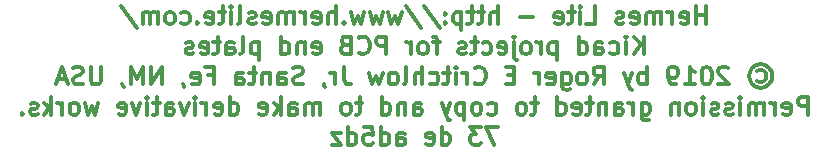
<source format=gbr>
G04 #@! TF.GenerationSoftware,KiCad,Pcbnew,5.0.2+dfsg1-1*
G04 #@! TF.CreationDate,2019-07-23T09:36:29-06:00*
G04 #@! TF.ProjectId,hl2-back,686c322d-6261-4636-9b2e-6b696361645f,rev?*
G04 #@! TF.SameCoordinates,Original*
G04 #@! TF.FileFunction,Legend,Bot*
G04 #@! TF.FilePolarity,Positive*
%FSLAX46Y46*%
G04 Gerber Fmt 4.6, Leading zero omitted, Abs format (unit mm)*
G04 Created by KiCad (PCBNEW 5.0.2+dfsg1-1) date Tue 23 Jul 2019 09:36:29 AM MDT*
%MOMM*%
%LPD*%
G01*
G04 APERTURE LIST*
%ADD10C,0.300000*%
G04 APERTURE END LIST*
D10*
X135242857Y-149378571D02*
X135242857Y-147878571D01*
X135242857Y-148592857D02*
X134385714Y-148592857D01*
X134385714Y-149378571D02*
X134385714Y-147878571D01*
X133100000Y-149307142D02*
X133242857Y-149378571D01*
X133528571Y-149378571D01*
X133671428Y-149307142D01*
X133742857Y-149164285D01*
X133742857Y-148592857D01*
X133671428Y-148450000D01*
X133528571Y-148378571D01*
X133242857Y-148378571D01*
X133100000Y-148450000D01*
X133028571Y-148592857D01*
X133028571Y-148735714D01*
X133742857Y-148878571D01*
X132385714Y-149378571D02*
X132385714Y-148378571D01*
X132385714Y-148664285D02*
X132314285Y-148521428D01*
X132242857Y-148450000D01*
X132100000Y-148378571D01*
X131957142Y-148378571D01*
X131457142Y-149378571D02*
X131457142Y-148378571D01*
X131457142Y-148521428D02*
X131385714Y-148450000D01*
X131242857Y-148378571D01*
X131028571Y-148378571D01*
X130885714Y-148450000D01*
X130814285Y-148592857D01*
X130814285Y-149378571D01*
X130814285Y-148592857D02*
X130742857Y-148450000D01*
X130600000Y-148378571D01*
X130385714Y-148378571D01*
X130242857Y-148450000D01*
X130171428Y-148592857D01*
X130171428Y-149378571D01*
X128885714Y-149307142D02*
X129028571Y-149378571D01*
X129314285Y-149378571D01*
X129457142Y-149307142D01*
X129528571Y-149164285D01*
X129528571Y-148592857D01*
X129457142Y-148450000D01*
X129314285Y-148378571D01*
X129028571Y-148378571D01*
X128885714Y-148450000D01*
X128814285Y-148592857D01*
X128814285Y-148735714D01*
X129528571Y-148878571D01*
X128242857Y-149307142D02*
X128100000Y-149378571D01*
X127814285Y-149378571D01*
X127671428Y-149307142D01*
X127600000Y-149164285D01*
X127600000Y-149092857D01*
X127671428Y-148950000D01*
X127814285Y-148878571D01*
X128028571Y-148878571D01*
X128171428Y-148807142D01*
X128242857Y-148664285D01*
X128242857Y-148592857D01*
X128171428Y-148450000D01*
X128028571Y-148378571D01*
X127814285Y-148378571D01*
X127671428Y-148450000D01*
X125100000Y-149378571D02*
X125814285Y-149378571D01*
X125814285Y-147878571D01*
X124600000Y-149378571D02*
X124600000Y-148378571D01*
X124600000Y-147878571D02*
X124671428Y-147950000D01*
X124600000Y-148021428D01*
X124528571Y-147950000D01*
X124600000Y-147878571D01*
X124600000Y-148021428D01*
X124100000Y-148378571D02*
X123528571Y-148378571D01*
X123885714Y-147878571D02*
X123885714Y-149164285D01*
X123814285Y-149307142D01*
X123671428Y-149378571D01*
X123528571Y-149378571D01*
X122457142Y-149307142D02*
X122600000Y-149378571D01*
X122885714Y-149378571D01*
X123028571Y-149307142D01*
X123100000Y-149164285D01*
X123100000Y-148592857D01*
X123028571Y-148450000D01*
X122885714Y-148378571D01*
X122600000Y-148378571D01*
X122457142Y-148450000D01*
X122385714Y-148592857D01*
X122385714Y-148735714D01*
X123100000Y-148878571D01*
X120600000Y-148807142D02*
X119457142Y-148807142D01*
X117600000Y-149378571D02*
X117600000Y-147878571D01*
X116957142Y-149378571D02*
X116957142Y-148592857D01*
X117028571Y-148450000D01*
X117171428Y-148378571D01*
X117385714Y-148378571D01*
X117528571Y-148450000D01*
X117600000Y-148521428D01*
X116457142Y-148378571D02*
X115885714Y-148378571D01*
X116242857Y-147878571D02*
X116242857Y-149164285D01*
X116171428Y-149307142D01*
X116028571Y-149378571D01*
X115885714Y-149378571D01*
X115600000Y-148378571D02*
X115028571Y-148378571D01*
X115385714Y-147878571D02*
X115385714Y-149164285D01*
X115314285Y-149307142D01*
X115171428Y-149378571D01*
X115028571Y-149378571D01*
X114528571Y-148378571D02*
X114528571Y-149878571D01*
X114528571Y-148450000D02*
X114385714Y-148378571D01*
X114099999Y-148378571D01*
X113957142Y-148450000D01*
X113885714Y-148521428D01*
X113814285Y-148664285D01*
X113814285Y-149092857D01*
X113885714Y-149235714D01*
X113957142Y-149307142D01*
X114099999Y-149378571D01*
X114385714Y-149378571D01*
X114528571Y-149307142D01*
X113171428Y-149235714D02*
X113099999Y-149307142D01*
X113171428Y-149378571D01*
X113242857Y-149307142D01*
X113171428Y-149235714D01*
X113171428Y-149378571D01*
X113171428Y-148450000D02*
X113099999Y-148521428D01*
X113171428Y-148592857D01*
X113242857Y-148521428D01*
X113171428Y-148450000D01*
X113171428Y-148592857D01*
X111385714Y-147807142D02*
X112671428Y-149735714D01*
X109814285Y-147807142D02*
X111100000Y-149735714D01*
X109457142Y-148378571D02*
X109171428Y-149378571D01*
X108885714Y-148664285D01*
X108600000Y-149378571D01*
X108314285Y-148378571D01*
X107885714Y-148378571D02*
X107600000Y-149378571D01*
X107314285Y-148664285D01*
X107028571Y-149378571D01*
X106742857Y-148378571D01*
X106314285Y-148378571D02*
X106028571Y-149378571D01*
X105742857Y-148664285D01*
X105457142Y-149378571D01*
X105171428Y-148378571D01*
X104600000Y-149235714D02*
X104528571Y-149307142D01*
X104600000Y-149378571D01*
X104671428Y-149307142D01*
X104600000Y-149235714D01*
X104600000Y-149378571D01*
X103885714Y-149378571D02*
X103885714Y-147878571D01*
X103242857Y-149378571D02*
X103242857Y-148592857D01*
X103314285Y-148450000D01*
X103457142Y-148378571D01*
X103671428Y-148378571D01*
X103814285Y-148450000D01*
X103885714Y-148521428D01*
X101957142Y-149307142D02*
X102100000Y-149378571D01*
X102385714Y-149378571D01*
X102528571Y-149307142D01*
X102600000Y-149164285D01*
X102600000Y-148592857D01*
X102528571Y-148450000D01*
X102385714Y-148378571D01*
X102100000Y-148378571D01*
X101957142Y-148450000D01*
X101885714Y-148592857D01*
X101885714Y-148735714D01*
X102600000Y-148878571D01*
X101242857Y-149378571D02*
X101242857Y-148378571D01*
X101242857Y-148664285D02*
X101171428Y-148521428D01*
X101100000Y-148450000D01*
X100957142Y-148378571D01*
X100814285Y-148378571D01*
X100314285Y-149378571D02*
X100314285Y-148378571D01*
X100314285Y-148521428D02*
X100242857Y-148450000D01*
X100100000Y-148378571D01*
X99885714Y-148378571D01*
X99742857Y-148450000D01*
X99671428Y-148592857D01*
X99671428Y-149378571D01*
X99671428Y-148592857D02*
X99600000Y-148450000D01*
X99457142Y-148378571D01*
X99242857Y-148378571D01*
X99100000Y-148450000D01*
X99028571Y-148592857D01*
X99028571Y-149378571D01*
X97742857Y-149307142D02*
X97885714Y-149378571D01*
X98171428Y-149378571D01*
X98314285Y-149307142D01*
X98385714Y-149164285D01*
X98385714Y-148592857D01*
X98314285Y-148450000D01*
X98171428Y-148378571D01*
X97885714Y-148378571D01*
X97742857Y-148450000D01*
X97671428Y-148592857D01*
X97671428Y-148735714D01*
X98385714Y-148878571D01*
X97100000Y-149307142D02*
X96957142Y-149378571D01*
X96671428Y-149378571D01*
X96528571Y-149307142D01*
X96457142Y-149164285D01*
X96457142Y-149092857D01*
X96528571Y-148950000D01*
X96671428Y-148878571D01*
X96885714Y-148878571D01*
X97028571Y-148807142D01*
X97100000Y-148664285D01*
X97100000Y-148592857D01*
X97028571Y-148450000D01*
X96885714Y-148378571D01*
X96671428Y-148378571D01*
X96528571Y-148450000D01*
X95600000Y-149378571D02*
X95742857Y-149307142D01*
X95814285Y-149164285D01*
X95814285Y-147878571D01*
X95028571Y-149378571D02*
X95028571Y-148378571D01*
X95028571Y-147878571D02*
X95100000Y-147950000D01*
X95028571Y-148021428D01*
X94957142Y-147950000D01*
X95028571Y-147878571D01*
X95028571Y-148021428D01*
X94528571Y-148378571D02*
X93957142Y-148378571D01*
X94314285Y-147878571D02*
X94314285Y-149164285D01*
X94242857Y-149307142D01*
X94100000Y-149378571D01*
X93957142Y-149378571D01*
X92885714Y-149307142D02*
X93028571Y-149378571D01*
X93314285Y-149378571D01*
X93457142Y-149307142D01*
X93528571Y-149164285D01*
X93528571Y-148592857D01*
X93457142Y-148450000D01*
X93314285Y-148378571D01*
X93028571Y-148378571D01*
X92885714Y-148450000D01*
X92814285Y-148592857D01*
X92814285Y-148735714D01*
X93528571Y-148878571D01*
X92171428Y-149235714D02*
X92100000Y-149307142D01*
X92171428Y-149378571D01*
X92242857Y-149307142D01*
X92171428Y-149235714D01*
X92171428Y-149378571D01*
X90814285Y-149307142D02*
X90957142Y-149378571D01*
X91242857Y-149378571D01*
X91385714Y-149307142D01*
X91457142Y-149235714D01*
X91528571Y-149092857D01*
X91528571Y-148664285D01*
X91457142Y-148521428D01*
X91385714Y-148450000D01*
X91242857Y-148378571D01*
X90957142Y-148378571D01*
X90814285Y-148450000D01*
X89957142Y-149378571D02*
X90100000Y-149307142D01*
X90171428Y-149235714D01*
X90242857Y-149092857D01*
X90242857Y-148664285D01*
X90171428Y-148521428D01*
X90100000Y-148450000D01*
X89957142Y-148378571D01*
X89742857Y-148378571D01*
X89600000Y-148450000D01*
X89528571Y-148521428D01*
X89457142Y-148664285D01*
X89457142Y-149092857D01*
X89528571Y-149235714D01*
X89600000Y-149307142D01*
X89742857Y-149378571D01*
X89957142Y-149378571D01*
X88814285Y-149378571D02*
X88814285Y-148378571D01*
X88814285Y-148521428D02*
X88742857Y-148450000D01*
X88600000Y-148378571D01*
X88385714Y-148378571D01*
X88242857Y-148450000D01*
X88171428Y-148592857D01*
X88171428Y-149378571D01*
X88171428Y-148592857D02*
X88100000Y-148450000D01*
X87957142Y-148378571D01*
X87742857Y-148378571D01*
X87600000Y-148450000D01*
X87528571Y-148592857D01*
X87528571Y-149378571D01*
X85742857Y-147807142D02*
X87028571Y-149735714D01*
X129957142Y-151928571D02*
X129957142Y-150428571D01*
X129100000Y-151928571D02*
X129742857Y-151071428D01*
X129100000Y-150428571D02*
X129957142Y-151285714D01*
X128457142Y-151928571D02*
X128457142Y-150928571D01*
X128457142Y-150428571D02*
X128528571Y-150500000D01*
X128457142Y-150571428D01*
X128385714Y-150500000D01*
X128457142Y-150428571D01*
X128457142Y-150571428D01*
X127100000Y-151857142D02*
X127242857Y-151928571D01*
X127528571Y-151928571D01*
X127671428Y-151857142D01*
X127742857Y-151785714D01*
X127814285Y-151642857D01*
X127814285Y-151214285D01*
X127742857Y-151071428D01*
X127671428Y-151000000D01*
X127528571Y-150928571D01*
X127242857Y-150928571D01*
X127100000Y-151000000D01*
X125814285Y-151928571D02*
X125814285Y-151142857D01*
X125885714Y-151000000D01*
X126028571Y-150928571D01*
X126314285Y-150928571D01*
X126457142Y-151000000D01*
X125814285Y-151857142D02*
X125957142Y-151928571D01*
X126314285Y-151928571D01*
X126457142Y-151857142D01*
X126528571Y-151714285D01*
X126528571Y-151571428D01*
X126457142Y-151428571D01*
X126314285Y-151357142D01*
X125957142Y-151357142D01*
X125814285Y-151285714D01*
X124457142Y-151928571D02*
X124457142Y-150428571D01*
X124457142Y-151857142D02*
X124600000Y-151928571D01*
X124885714Y-151928571D01*
X125028571Y-151857142D01*
X125100000Y-151785714D01*
X125171428Y-151642857D01*
X125171428Y-151214285D01*
X125100000Y-151071428D01*
X125028571Y-151000000D01*
X124885714Y-150928571D01*
X124600000Y-150928571D01*
X124457142Y-151000000D01*
X122600000Y-150928571D02*
X122600000Y-152428571D01*
X122600000Y-151000000D02*
X122457142Y-150928571D01*
X122171428Y-150928571D01*
X122028571Y-151000000D01*
X121957142Y-151071428D01*
X121885714Y-151214285D01*
X121885714Y-151642857D01*
X121957142Y-151785714D01*
X122028571Y-151857142D01*
X122171428Y-151928571D01*
X122457142Y-151928571D01*
X122600000Y-151857142D01*
X121242857Y-151928571D02*
X121242857Y-150928571D01*
X121242857Y-151214285D02*
X121171428Y-151071428D01*
X121100000Y-151000000D01*
X120957142Y-150928571D01*
X120814285Y-150928571D01*
X120100000Y-151928571D02*
X120242857Y-151857142D01*
X120314285Y-151785714D01*
X120385714Y-151642857D01*
X120385714Y-151214285D01*
X120314285Y-151071428D01*
X120242857Y-151000000D01*
X120100000Y-150928571D01*
X119885714Y-150928571D01*
X119742857Y-151000000D01*
X119671428Y-151071428D01*
X119600000Y-151214285D01*
X119600000Y-151642857D01*
X119671428Y-151785714D01*
X119742857Y-151857142D01*
X119885714Y-151928571D01*
X120100000Y-151928571D01*
X118957142Y-150928571D02*
X118957142Y-152214285D01*
X119028571Y-152357142D01*
X119171428Y-152428571D01*
X119242857Y-152428571D01*
X118957142Y-150428571D02*
X119028571Y-150500000D01*
X118957142Y-150571428D01*
X118885714Y-150500000D01*
X118957142Y-150428571D01*
X118957142Y-150571428D01*
X117671428Y-151857142D02*
X117814285Y-151928571D01*
X118100000Y-151928571D01*
X118242857Y-151857142D01*
X118314285Y-151714285D01*
X118314285Y-151142857D01*
X118242857Y-151000000D01*
X118100000Y-150928571D01*
X117814285Y-150928571D01*
X117671428Y-151000000D01*
X117600000Y-151142857D01*
X117600000Y-151285714D01*
X118314285Y-151428571D01*
X116314285Y-151857142D02*
X116457142Y-151928571D01*
X116742857Y-151928571D01*
X116885714Y-151857142D01*
X116957142Y-151785714D01*
X117028571Y-151642857D01*
X117028571Y-151214285D01*
X116957142Y-151071428D01*
X116885714Y-151000000D01*
X116742857Y-150928571D01*
X116457142Y-150928571D01*
X116314285Y-151000000D01*
X115885714Y-150928571D02*
X115314285Y-150928571D01*
X115671428Y-150428571D02*
X115671428Y-151714285D01*
X115600000Y-151857142D01*
X115457142Y-151928571D01*
X115314285Y-151928571D01*
X114885714Y-151857142D02*
X114742857Y-151928571D01*
X114457142Y-151928571D01*
X114314285Y-151857142D01*
X114242857Y-151714285D01*
X114242857Y-151642857D01*
X114314285Y-151500000D01*
X114457142Y-151428571D01*
X114671428Y-151428571D01*
X114814285Y-151357142D01*
X114885714Y-151214285D01*
X114885714Y-151142857D01*
X114814285Y-151000000D01*
X114671428Y-150928571D01*
X114457142Y-150928571D01*
X114314285Y-151000000D01*
X112671428Y-150928571D02*
X112100000Y-150928571D01*
X112457142Y-151928571D02*
X112457142Y-150642857D01*
X112385714Y-150500000D01*
X112242857Y-150428571D01*
X112100000Y-150428571D01*
X111385714Y-151928571D02*
X111528571Y-151857142D01*
X111600000Y-151785714D01*
X111671428Y-151642857D01*
X111671428Y-151214285D01*
X111600000Y-151071428D01*
X111528571Y-151000000D01*
X111385714Y-150928571D01*
X111171428Y-150928571D01*
X111028571Y-151000000D01*
X110957142Y-151071428D01*
X110885714Y-151214285D01*
X110885714Y-151642857D01*
X110957142Y-151785714D01*
X111028571Y-151857142D01*
X111171428Y-151928571D01*
X111385714Y-151928571D01*
X110242857Y-151928571D02*
X110242857Y-150928571D01*
X110242857Y-151214285D02*
X110171428Y-151071428D01*
X110100000Y-151000000D01*
X109957142Y-150928571D01*
X109814285Y-150928571D01*
X108171428Y-151928571D02*
X108171428Y-150428571D01*
X107600000Y-150428571D01*
X107457142Y-150500000D01*
X107385714Y-150571428D01*
X107314285Y-150714285D01*
X107314285Y-150928571D01*
X107385714Y-151071428D01*
X107457142Y-151142857D01*
X107600000Y-151214285D01*
X108171428Y-151214285D01*
X105814285Y-151785714D02*
X105885714Y-151857142D01*
X106100000Y-151928571D01*
X106242857Y-151928571D01*
X106457142Y-151857142D01*
X106600000Y-151714285D01*
X106671428Y-151571428D01*
X106742857Y-151285714D01*
X106742857Y-151071428D01*
X106671428Y-150785714D01*
X106600000Y-150642857D01*
X106457142Y-150500000D01*
X106242857Y-150428571D01*
X106100000Y-150428571D01*
X105885714Y-150500000D01*
X105814285Y-150571428D01*
X104671428Y-151142857D02*
X104457142Y-151214285D01*
X104385714Y-151285714D01*
X104314285Y-151428571D01*
X104314285Y-151642857D01*
X104385714Y-151785714D01*
X104457142Y-151857142D01*
X104600000Y-151928571D01*
X105171428Y-151928571D01*
X105171428Y-150428571D01*
X104671428Y-150428571D01*
X104528571Y-150500000D01*
X104457142Y-150571428D01*
X104385714Y-150714285D01*
X104385714Y-150857142D01*
X104457142Y-151000000D01*
X104528571Y-151071428D01*
X104671428Y-151142857D01*
X105171428Y-151142857D01*
X101957142Y-151857142D02*
X102100000Y-151928571D01*
X102385714Y-151928571D01*
X102528571Y-151857142D01*
X102600000Y-151714285D01*
X102600000Y-151142857D01*
X102528571Y-151000000D01*
X102385714Y-150928571D01*
X102100000Y-150928571D01*
X101957142Y-151000000D01*
X101885714Y-151142857D01*
X101885714Y-151285714D01*
X102600000Y-151428571D01*
X101242857Y-150928571D02*
X101242857Y-151928571D01*
X101242857Y-151071428D02*
X101171428Y-151000000D01*
X101028571Y-150928571D01*
X100814285Y-150928571D01*
X100671428Y-151000000D01*
X100600000Y-151142857D01*
X100600000Y-151928571D01*
X99242857Y-151928571D02*
X99242857Y-150428571D01*
X99242857Y-151857142D02*
X99385714Y-151928571D01*
X99671428Y-151928571D01*
X99814285Y-151857142D01*
X99885714Y-151785714D01*
X99957142Y-151642857D01*
X99957142Y-151214285D01*
X99885714Y-151071428D01*
X99814285Y-151000000D01*
X99671428Y-150928571D01*
X99385714Y-150928571D01*
X99242857Y-151000000D01*
X97385714Y-150928571D02*
X97385714Y-152428571D01*
X97385714Y-151000000D02*
X97242857Y-150928571D01*
X96957142Y-150928571D01*
X96814285Y-151000000D01*
X96742857Y-151071428D01*
X96671428Y-151214285D01*
X96671428Y-151642857D01*
X96742857Y-151785714D01*
X96814285Y-151857142D01*
X96957142Y-151928571D01*
X97242857Y-151928571D01*
X97385714Y-151857142D01*
X95814285Y-151928571D02*
X95957142Y-151857142D01*
X96028571Y-151714285D01*
X96028571Y-150428571D01*
X94600000Y-151928571D02*
X94600000Y-151142857D01*
X94671428Y-151000000D01*
X94814285Y-150928571D01*
X95100000Y-150928571D01*
X95242857Y-151000000D01*
X94600000Y-151857142D02*
X94742857Y-151928571D01*
X95100000Y-151928571D01*
X95242857Y-151857142D01*
X95314285Y-151714285D01*
X95314285Y-151571428D01*
X95242857Y-151428571D01*
X95100000Y-151357142D01*
X94742857Y-151357142D01*
X94600000Y-151285714D01*
X94100000Y-150928571D02*
X93528571Y-150928571D01*
X93885714Y-150428571D02*
X93885714Y-151714285D01*
X93814285Y-151857142D01*
X93671428Y-151928571D01*
X93528571Y-151928571D01*
X92457142Y-151857142D02*
X92600000Y-151928571D01*
X92885714Y-151928571D01*
X93028571Y-151857142D01*
X93100000Y-151714285D01*
X93100000Y-151142857D01*
X93028571Y-151000000D01*
X92885714Y-150928571D01*
X92600000Y-150928571D01*
X92457142Y-151000000D01*
X92385714Y-151142857D01*
X92385714Y-151285714D01*
X93100000Y-151428571D01*
X91814285Y-151857142D02*
X91671428Y-151928571D01*
X91385714Y-151928571D01*
X91242857Y-151857142D01*
X91171428Y-151714285D01*
X91171428Y-151642857D01*
X91242857Y-151500000D01*
X91385714Y-151428571D01*
X91600000Y-151428571D01*
X91742857Y-151357142D01*
X91814285Y-151214285D01*
X91814285Y-151142857D01*
X91742857Y-151000000D01*
X91600000Y-150928571D01*
X91385714Y-150928571D01*
X91242857Y-151000000D01*
X139564285Y-153335714D02*
X139707142Y-153264285D01*
X139992857Y-153264285D01*
X140135714Y-153335714D01*
X140278571Y-153478571D01*
X140350000Y-153621428D01*
X140350000Y-153907142D01*
X140278571Y-154050000D01*
X140135714Y-154192857D01*
X139992857Y-154264285D01*
X139707142Y-154264285D01*
X139564285Y-154192857D01*
X139850000Y-152764285D02*
X140207142Y-152835714D01*
X140564285Y-153050000D01*
X140778571Y-153407142D01*
X140850000Y-153764285D01*
X140778571Y-154121428D01*
X140564285Y-154478571D01*
X140207142Y-154692857D01*
X139850000Y-154764285D01*
X139492857Y-154692857D01*
X139135714Y-154478571D01*
X138921428Y-154121428D01*
X138850000Y-153764285D01*
X138921428Y-153407142D01*
X139135714Y-153050000D01*
X139492857Y-152835714D01*
X139850000Y-152764285D01*
X137135714Y-153121428D02*
X137064285Y-153050000D01*
X136921428Y-152978571D01*
X136564285Y-152978571D01*
X136421428Y-153050000D01*
X136350000Y-153121428D01*
X136278571Y-153264285D01*
X136278571Y-153407142D01*
X136350000Y-153621428D01*
X137207142Y-154478571D01*
X136278571Y-154478571D01*
X135350000Y-152978571D02*
X135207142Y-152978571D01*
X135064285Y-153050000D01*
X134992857Y-153121428D01*
X134921428Y-153264285D01*
X134850000Y-153550000D01*
X134850000Y-153907142D01*
X134921428Y-154192857D01*
X134992857Y-154335714D01*
X135064285Y-154407142D01*
X135207142Y-154478571D01*
X135350000Y-154478571D01*
X135492857Y-154407142D01*
X135564285Y-154335714D01*
X135635714Y-154192857D01*
X135707142Y-153907142D01*
X135707142Y-153550000D01*
X135635714Y-153264285D01*
X135564285Y-153121428D01*
X135492857Y-153050000D01*
X135350000Y-152978571D01*
X133421428Y-154478571D02*
X134278571Y-154478571D01*
X133850000Y-154478571D02*
X133850000Y-152978571D01*
X133992857Y-153192857D01*
X134135714Y-153335714D01*
X134278571Y-153407142D01*
X132707142Y-154478571D02*
X132421428Y-154478571D01*
X132278571Y-154407142D01*
X132207142Y-154335714D01*
X132064285Y-154121428D01*
X131992857Y-153835714D01*
X131992857Y-153264285D01*
X132064285Y-153121428D01*
X132135714Y-153050000D01*
X132278571Y-152978571D01*
X132564285Y-152978571D01*
X132707142Y-153050000D01*
X132778571Y-153121428D01*
X132850000Y-153264285D01*
X132850000Y-153621428D01*
X132778571Y-153764285D01*
X132707142Y-153835714D01*
X132564285Y-153907142D01*
X132278571Y-153907142D01*
X132135714Y-153835714D01*
X132064285Y-153764285D01*
X131992857Y-153621428D01*
X130207142Y-154478571D02*
X130207142Y-152978571D01*
X130207142Y-153550000D02*
X130064285Y-153478571D01*
X129778571Y-153478571D01*
X129635714Y-153550000D01*
X129564285Y-153621428D01*
X129492857Y-153764285D01*
X129492857Y-154192857D01*
X129564285Y-154335714D01*
X129635714Y-154407142D01*
X129778571Y-154478571D01*
X130064285Y-154478571D01*
X130207142Y-154407142D01*
X128992857Y-153478571D02*
X128635714Y-154478571D01*
X128278571Y-153478571D02*
X128635714Y-154478571D01*
X128778571Y-154835714D01*
X128850000Y-154907142D01*
X128992857Y-154978571D01*
X125707142Y-154478571D02*
X126207142Y-153764285D01*
X126564285Y-154478571D02*
X126564285Y-152978571D01*
X125992857Y-152978571D01*
X125850000Y-153050000D01*
X125778571Y-153121428D01*
X125707142Y-153264285D01*
X125707142Y-153478571D01*
X125778571Y-153621428D01*
X125850000Y-153692857D01*
X125992857Y-153764285D01*
X126564285Y-153764285D01*
X124850000Y-154478571D02*
X124992857Y-154407142D01*
X125064285Y-154335714D01*
X125135714Y-154192857D01*
X125135714Y-153764285D01*
X125064285Y-153621428D01*
X124992857Y-153550000D01*
X124850000Y-153478571D01*
X124635714Y-153478571D01*
X124492857Y-153550000D01*
X124421428Y-153621428D01*
X124350000Y-153764285D01*
X124350000Y-154192857D01*
X124421428Y-154335714D01*
X124492857Y-154407142D01*
X124635714Y-154478571D01*
X124850000Y-154478571D01*
X123064285Y-153478571D02*
X123064285Y-154692857D01*
X123135714Y-154835714D01*
X123207142Y-154907142D01*
X123350000Y-154978571D01*
X123564285Y-154978571D01*
X123707142Y-154907142D01*
X123064285Y-154407142D02*
X123207142Y-154478571D01*
X123492857Y-154478571D01*
X123635714Y-154407142D01*
X123707142Y-154335714D01*
X123778571Y-154192857D01*
X123778571Y-153764285D01*
X123707142Y-153621428D01*
X123635714Y-153550000D01*
X123492857Y-153478571D01*
X123207142Y-153478571D01*
X123064285Y-153550000D01*
X121778571Y-154407142D02*
X121921428Y-154478571D01*
X122207142Y-154478571D01*
X122350000Y-154407142D01*
X122421428Y-154264285D01*
X122421428Y-153692857D01*
X122350000Y-153550000D01*
X122207142Y-153478571D01*
X121921428Y-153478571D01*
X121778571Y-153550000D01*
X121707142Y-153692857D01*
X121707142Y-153835714D01*
X122421428Y-153978571D01*
X121064285Y-154478571D02*
X121064285Y-153478571D01*
X121064285Y-153764285D02*
X120992857Y-153621428D01*
X120921428Y-153550000D01*
X120778571Y-153478571D01*
X120635714Y-153478571D01*
X118992857Y-153692857D02*
X118492857Y-153692857D01*
X118278571Y-154478571D02*
X118992857Y-154478571D01*
X118992857Y-152978571D01*
X118278571Y-152978571D01*
X115635714Y-154335714D02*
X115707142Y-154407142D01*
X115921428Y-154478571D01*
X116064285Y-154478571D01*
X116278571Y-154407142D01*
X116421428Y-154264285D01*
X116492857Y-154121428D01*
X116564285Y-153835714D01*
X116564285Y-153621428D01*
X116492857Y-153335714D01*
X116421428Y-153192857D01*
X116278571Y-153050000D01*
X116064285Y-152978571D01*
X115921428Y-152978571D01*
X115707142Y-153050000D01*
X115635714Y-153121428D01*
X114992857Y-154478571D02*
X114992857Y-153478571D01*
X114992857Y-153764285D02*
X114921428Y-153621428D01*
X114850000Y-153550000D01*
X114707142Y-153478571D01*
X114564285Y-153478571D01*
X114064285Y-154478571D02*
X114064285Y-153478571D01*
X114064285Y-152978571D02*
X114135714Y-153050000D01*
X114064285Y-153121428D01*
X113992857Y-153050000D01*
X114064285Y-152978571D01*
X114064285Y-153121428D01*
X113564285Y-153478571D02*
X112992857Y-153478571D01*
X113350000Y-152978571D02*
X113350000Y-154264285D01*
X113278571Y-154407142D01*
X113135714Y-154478571D01*
X112992857Y-154478571D01*
X111850000Y-154407142D02*
X111992857Y-154478571D01*
X112278571Y-154478571D01*
X112421428Y-154407142D01*
X112492857Y-154335714D01*
X112564285Y-154192857D01*
X112564285Y-153764285D01*
X112492857Y-153621428D01*
X112421428Y-153550000D01*
X112278571Y-153478571D01*
X111992857Y-153478571D01*
X111850000Y-153550000D01*
X111207142Y-154478571D02*
X111207142Y-152978571D01*
X110564285Y-154478571D02*
X110564285Y-153692857D01*
X110635714Y-153550000D01*
X110778571Y-153478571D01*
X110992857Y-153478571D01*
X111135714Y-153550000D01*
X111207142Y-153621428D01*
X109635714Y-154478571D02*
X109778571Y-154407142D01*
X109850000Y-154264285D01*
X109850000Y-152978571D01*
X108850000Y-154478571D02*
X108992857Y-154407142D01*
X109064285Y-154335714D01*
X109135714Y-154192857D01*
X109135714Y-153764285D01*
X109064285Y-153621428D01*
X108992857Y-153550000D01*
X108850000Y-153478571D01*
X108635714Y-153478571D01*
X108492857Y-153550000D01*
X108421428Y-153621428D01*
X108350000Y-153764285D01*
X108350000Y-154192857D01*
X108421428Y-154335714D01*
X108492857Y-154407142D01*
X108635714Y-154478571D01*
X108850000Y-154478571D01*
X107850000Y-153478571D02*
X107564285Y-154478571D01*
X107278571Y-153764285D01*
X106992857Y-154478571D01*
X106707142Y-153478571D01*
X104564285Y-152978571D02*
X104564285Y-154050000D01*
X104635714Y-154264285D01*
X104778571Y-154407142D01*
X104992857Y-154478571D01*
X105135714Y-154478571D01*
X103850000Y-154478571D02*
X103850000Y-153478571D01*
X103850000Y-153764285D02*
X103778571Y-153621428D01*
X103707142Y-153550000D01*
X103564285Y-153478571D01*
X103421428Y-153478571D01*
X102850000Y-154407142D02*
X102850000Y-154478571D01*
X102921428Y-154621428D01*
X102992857Y-154692857D01*
X101135714Y-154407142D02*
X100921428Y-154478571D01*
X100564285Y-154478571D01*
X100421428Y-154407142D01*
X100350000Y-154335714D01*
X100278571Y-154192857D01*
X100278571Y-154050000D01*
X100350000Y-153907142D01*
X100421428Y-153835714D01*
X100564285Y-153764285D01*
X100850000Y-153692857D01*
X100992857Y-153621428D01*
X101064285Y-153550000D01*
X101135714Y-153407142D01*
X101135714Y-153264285D01*
X101064285Y-153121428D01*
X100992857Y-153050000D01*
X100850000Y-152978571D01*
X100492857Y-152978571D01*
X100278571Y-153050000D01*
X98992857Y-154478571D02*
X98992857Y-153692857D01*
X99064285Y-153550000D01*
X99207142Y-153478571D01*
X99492857Y-153478571D01*
X99635714Y-153550000D01*
X98992857Y-154407142D02*
X99135714Y-154478571D01*
X99492857Y-154478571D01*
X99635714Y-154407142D01*
X99707142Y-154264285D01*
X99707142Y-154121428D01*
X99635714Y-153978571D01*
X99492857Y-153907142D01*
X99135714Y-153907142D01*
X98992857Y-153835714D01*
X98278571Y-153478571D02*
X98278571Y-154478571D01*
X98278571Y-153621428D02*
X98207142Y-153550000D01*
X98064285Y-153478571D01*
X97850000Y-153478571D01*
X97707142Y-153550000D01*
X97635714Y-153692857D01*
X97635714Y-154478571D01*
X97135714Y-153478571D02*
X96564285Y-153478571D01*
X96921428Y-152978571D02*
X96921428Y-154264285D01*
X96850000Y-154407142D01*
X96707142Y-154478571D01*
X96564285Y-154478571D01*
X95421428Y-154478571D02*
X95421428Y-153692857D01*
X95492857Y-153550000D01*
X95635714Y-153478571D01*
X95921428Y-153478571D01*
X96064285Y-153550000D01*
X95421428Y-154407142D02*
X95564285Y-154478571D01*
X95921428Y-154478571D01*
X96064285Y-154407142D01*
X96135714Y-154264285D01*
X96135714Y-154121428D01*
X96064285Y-153978571D01*
X95921428Y-153907142D01*
X95564285Y-153907142D01*
X95421428Y-153835714D01*
X93064285Y-153692857D02*
X93564285Y-153692857D01*
X93564285Y-154478571D02*
X93564285Y-152978571D01*
X92850000Y-152978571D01*
X91707142Y-154407142D02*
X91850000Y-154478571D01*
X92135714Y-154478571D01*
X92278571Y-154407142D01*
X92350000Y-154264285D01*
X92350000Y-153692857D01*
X92278571Y-153550000D01*
X92135714Y-153478571D01*
X91850000Y-153478571D01*
X91707142Y-153550000D01*
X91635714Y-153692857D01*
X91635714Y-153835714D01*
X92350000Y-153978571D01*
X90921428Y-154407142D02*
X90921428Y-154478571D01*
X90992857Y-154621428D01*
X91064285Y-154692857D01*
X89135714Y-154478571D02*
X89135714Y-152978571D01*
X88278571Y-154478571D01*
X88278571Y-152978571D01*
X87564285Y-154478571D02*
X87564285Y-152978571D01*
X87064285Y-154050000D01*
X86564285Y-152978571D01*
X86564285Y-154478571D01*
X85778571Y-154407142D02*
X85778571Y-154478571D01*
X85850000Y-154621428D01*
X85921428Y-154692857D01*
X83992857Y-152978571D02*
X83992857Y-154192857D01*
X83921428Y-154335714D01*
X83850000Y-154407142D01*
X83707142Y-154478571D01*
X83421428Y-154478571D01*
X83278571Y-154407142D01*
X83207142Y-154335714D01*
X83135714Y-154192857D01*
X83135714Y-152978571D01*
X82492857Y-154407142D02*
X82278571Y-154478571D01*
X81921428Y-154478571D01*
X81778571Y-154407142D01*
X81707142Y-154335714D01*
X81635714Y-154192857D01*
X81635714Y-154050000D01*
X81707142Y-153907142D01*
X81778571Y-153835714D01*
X81921428Y-153764285D01*
X82207142Y-153692857D01*
X82350000Y-153621428D01*
X82421428Y-153550000D01*
X82492857Y-153407142D01*
X82492857Y-153264285D01*
X82421428Y-153121428D01*
X82350000Y-153050000D01*
X82207142Y-152978571D01*
X81850000Y-152978571D01*
X81635714Y-153050000D01*
X81064285Y-154050000D02*
X80350000Y-154050000D01*
X81207142Y-154478571D02*
X80707142Y-152978571D01*
X80207142Y-154478571D01*
X143850000Y-157028571D02*
X143850000Y-155528571D01*
X143278571Y-155528571D01*
X143135714Y-155600000D01*
X143064285Y-155671428D01*
X142992857Y-155814285D01*
X142992857Y-156028571D01*
X143064285Y-156171428D01*
X143135714Y-156242857D01*
X143278571Y-156314285D01*
X143850000Y-156314285D01*
X141778571Y-156957142D02*
X141921428Y-157028571D01*
X142207142Y-157028571D01*
X142350000Y-156957142D01*
X142421428Y-156814285D01*
X142421428Y-156242857D01*
X142350000Y-156100000D01*
X142207142Y-156028571D01*
X141921428Y-156028571D01*
X141778571Y-156100000D01*
X141707142Y-156242857D01*
X141707142Y-156385714D01*
X142421428Y-156528571D01*
X141064285Y-157028571D02*
X141064285Y-156028571D01*
X141064285Y-156314285D02*
X140992857Y-156171428D01*
X140921428Y-156100000D01*
X140778571Y-156028571D01*
X140635714Y-156028571D01*
X140135714Y-157028571D02*
X140135714Y-156028571D01*
X140135714Y-156171428D02*
X140064285Y-156100000D01*
X139921428Y-156028571D01*
X139707142Y-156028571D01*
X139564285Y-156100000D01*
X139492857Y-156242857D01*
X139492857Y-157028571D01*
X139492857Y-156242857D02*
X139421428Y-156100000D01*
X139278571Y-156028571D01*
X139064285Y-156028571D01*
X138921428Y-156100000D01*
X138850000Y-156242857D01*
X138850000Y-157028571D01*
X138135714Y-157028571D02*
X138135714Y-156028571D01*
X138135714Y-155528571D02*
X138207142Y-155600000D01*
X138135714Y-155671428D01*
X138064285Y-155600000D01*
X138135714Y-155528571D01*
X138135714Y-155671428D01*
X137492857Y-156957142D02*
X137350000Y-157028571D01*
X137064285Y-157028571D01*
X136921428Y-156957142D01*
X136850000Y-156814285D01*
X136850000Y-156742857D01*
X136921428Y-156600000D01*
X137064285Y-156528571D01*
X137278571Y-156528571D01*
X137421428Y-156457142D01*
X137492857Y-156314285D01*
X137492857Y-156242857D01*
X137421428Y-156100000D01*
X137278571Y-156028571D01*
X137064285Y-156028571D01*
X136921428Y-156100000D01*
X136278571Y-156957142D02*
X136135714Y-157028571D01*
X135850000Y-157028571D01*
X135707142Y-156957142D01*
X135635714Y-156814285D01*
X135635714Y-156742857D01*
X135707142Y-156600000D01*
X135850000Y-156528571D01*
X136064285Y-156528571D01*
X136207142Y-156457142D01*
X136278571Y-156314285D01*
X136278571Y-156242857D01*
X136207142Y-156100000D01*
X136064285Y-156028571D01*
X135850000Y-156028571D01*
X135707142Y-156100000D01*
X134992857Y-157028571D02*
X134992857Y-156028571D01*
X134992857Y-155528571D02*
X135064285Y-155600000D01*
X134992857Y-155671428D01*
X134921428Y-155600000D01*
X134992857Y-155528571D01*
X134992857Y-155671428D01*
X134064285Y-157028571D02*
X134207142Y-156957142D01*
X134278571Y-156885714D01*
X134350000Y-156742857D01*
X134350000Y-156314285D01*
X134278571Y-156171428D01*
X134207142Y-156100000D01*
X134064285Y-156028571D01*
X133850000Y-156028571D01*
X133707142Y-156100000D01*
X133635714Y-156171428D01*
X133564285Y-156314285D01*
X133564285Y-156742857D01*
X133635714Y-156885714D01*
X133707142Y-156957142D01*
X133850000Y-157028571D01*
X134064285Y-157028571D01*
X132921428Y-156028571D02*
X132921428Y-157028571D01*
X132921428Y-156171428D02*
X132850000Y-156100000D01*
X132707142Y-156028571D01*
X132492857Y-156028571D01*
X132350000Y-156100000D01*
X132278571Y-156242857D01*
X132278571Y-157028571D01*
X129778571Y-156028571D02*
X129778571Y-157242857D01*
X129850000Y-157385714D01*
X129921428Y-157457142D01*
X130064285Y-157528571D01*
X130278571Y-157528571D01*
X130421428Y-157457142D01*
X129778571Y-156957142D02*
X129921428Y-157028571D01*
X130207142Y-157028571D01*
X130350000Y-156957142D01*
X130421428Y-156885714D01*
X130492857Y-156742857D01*
X130492857Y-156314285D01*
X130421428Y-156171428D01*
X130350000Y-156100000D01*
X130207142Y-156028571D01*
X129921428Y-156028571D01*
X129778571Y-156100000D01*
X129064285Y-157028571D02*
X129064285Y-156028571D01*
X129064285Y-156314285D02*
X128992857Y-156171428D01*
X128921428Y-156100000D01*
X128778571Y-156028571D01*
X128635714Y-156028571D01*
X127492857Y-157028571D02*
X127492857Y-156242857D01*
X127564285Y-156100000D01*
X127707142Y-156028571D01*
X127992857Y-156028571D01*
X128135714Y-156100000D01*
X127492857Y-156957142D02*
X127635714Y-157028571D01*
X127992857Y-157028571D01*
X128135714Y-156957142D01*
X128207142Y-156814285D01*
X128207142Y-156671428D01*
X128135714Y-156528571D01*
X127992857Y-156457142D01*
X127635714Y-156457142D01*
X127492857Y-156385714D01*
X126778571Y-156028571D02*
X126778571Y-157028571D01*
X126778571Y-156171428D02*
X126707142Y-156100000D01*
X126564285Y-156028571D01*
X126350000Y-156028571D01*
X126207142Y-156100000D01*
X126135714Y-156242857D01*
X126135714Y-157028571D01*
X125635714Y-156028571D02*
X125064285Y-156028571D01*
X125421428Y-155528571D02*
X125421428Y-156814285D01*
X125350000Y-156957142D01*
X125207142Y-157028571D01*
X125064285Y-157028571D01*
X123992857Y-156957142D02*
X124135714Y-157028571D01*
X124421428Y-157028571D01*
X124564285Y-156957142D01*
X124635714Y-156814285D01*
X124635714Y-156242857D01*
X124564285Y-156100000D01*
X124421428Y-156028571D01*
X124135714Y-156028571D01*
X123992857Y-156100000D01*
X123921428Y-156242857D01*
X123921428Y-156385714D01*
X124635714Y-156528571D01*
X122635714Y-157028571D02*
X122635714Y-155528571D01*
X122635714Y-156957142D02*
X122778571Y-157028571D01*
X123064285Y-157028571D01*
X123207142Y-156957142D01*
X123278571Y-156885714D01*
X123350000Y-156742857D01*
X123350000Y-156314285D01*
X123278571Y-156171428D01*
X123207142Y-156100000D01*
X123064285Y-156028571D01*
X122778571Y-156028571D01*
X122635714Y-156100000D01*
X120992857Y-156028571D02*
X120421428Y-156028571D01*
X120778571Y-155528571D02*
X120778571Y-156814285D01*
X120707142Y-156957142D01*
X120564285Y-157028571D01*
X120421428Y-157028571D01*
X119707142Y-157028571D02*
X119850000Y-156957142D01*
X119921428Y-156885714D01*
X119992857Y-156742857D01*
X119992857Y-156314285D01*
X119921428Y-156171428D01*
X119850000Y-156100000D01*
X119707142Y-156028571D01*
X119492857Y-156028571D01*
X119350000Y-156100000D01*
X119278571Y-156171428D01*
X119207142Y-156314285D01*
X119207142Y-156742857D01*
X119278571Y-156885714D01*
X119350000Y-156957142D01*
X119492857Y-157028571D01*
X119707142Y-157028571D01*
X116778571Y-156957142D02*
X116921428Y-157028571D01*
X117207142Y-157028571D01*
X117350000Y-156957142D01*
X117421428Y-156885714D01*
X117492857Y-156742857D01*
X117492857Y-156314285D01*
X117421428Y-156171428D01*
X117350000Y-156100000D01*
X117207142Y-156028571D01*
X116921428Y-156028571D01*
X116778571Y-156100000D01*
X115921428Y-157028571D02*
X116064285Y-156957142D01*
X116135714Y-156885714D01*
X116207142Y-156742857D01*
X116207142Y-156314285D01*
X116135714Y-156171428D01*
X116064285Y-156100000D01*
X115921428Y-156028571D01*
X115707142Y-156028571D01*
X115564285Y-156100000D01*
X115492857Y-156171428D01*
X115421428Y-156314285D01*
X115421428Y-156742857D01*
X115492857Y-156885714D01*
X115564285Y-156957142D01*
X115707142Y-157028571D01*
X115921428Y-157028571D01*
X114778571Y-156028571D02*
X114778571Y-157528571D01*
X114778571Y-156100000D02*
X114635714Y-156028571D01*
X114350000Y-156028571D01*
X114207142Y-156100000D01*
X114135714Y-156171428D01*
X114064285Y-156314285D01*
X114064285Y-156742857D01*
X114135714Y-156885714D01*
X114207142Y-156957142D01*
X114350000Y-157028571D01*
X114635714Y-157028571D01*
X114778571Y-156957142D01*
X113564285Y-156028571D02*
X113207142Y-157028571D01*
X112850000Y-156028571D02*
X113207142Y-157028571D01*
X113350000Y-157385714D01*
X113421428Y-157457142D01*
X113564285Y-157528571D01*
X110492857Y-157028571D02*
X110492857Y-156242857D01*
X110564285Y-156100000D01*
X110707142Y-156028571D01*
X110992857Y-156028571D01*
X111135714Y-156100000D01*
X110492857Y-156957142D02*
X110635714Y-157028571D01*
X110992857Y-157028571D01*
X111135714Y-156957142D01*
X111207142Y-156814285D01*
X111207142Y-156671428D01*
X111135714Y-156528571D01*
X110992857Y-156457142D01*
X110635714Y-156457142D01*
X110492857Y-156385714D01*
X109778571Y-156028571D02*
X109778571Y-157028571D01*
X109778571Y-156171428D02*
X109707142Y-156100000D01*
X109564285Y-156028571D01*
X109349999Y-156028571D01*
X109207142Y-156100000D01*
X109135714Y-156242857D01*
X109135714Y-157028571D01*
X107778571Y-157028571D02*
X107778571Y-155528571D01*
X107778571Y-156957142D02*
X107921428Y-157028571D01*
X108207142Y-157028571D01*
X108349999Y-156957142D01*
X108421428Y-156885714D01*
X108492857Y-156742857D01*
X108492857Y-156314285D01*
X108421428Y-156171428D01*
X108349999Y-156100000D01*
X108207142Y-156028571D01*
X107921428Y-156028571D01*
X107778571Y-156100000D01*
X106135714Y-156028571D02*
X105564285Y-156028571D01*
X105921428Y-155528571D02*
X105921428Y-156814285D01*
X105849999Y-156957142D01*
X105707142Y-157028571D01*
X105564285Y-157028571D01*
X104849999Y-157028571D02*
X104992857Y-156957142D01*
X105064285Y-156885714D01*
X105135714Y-156742857D01*
X105135714Y-156314285D01*
X105064285Y-156171428D01*
X104992857Y-156100000D01*
X104849999Y-156028571D01*
X104635714Y-156028571D01*
X104492857Y-156100000D01*
X104421428Y-156171428D01*
X104349999Y-156314285D01*
X104349999Y-156742857D01*
X104421428Y-156885714D01*
X104492857Y-156957142D01*
X104635714Y-157028571D01*
X104849999Y-157028571D01*
X102564285Y-157028571D02*
X102564285Y-156028571D01*
X102564285Y-156171428D02*
X102492857Y-156100000D01*
X102349999Y-156028571D01*
X102135714Y-156028571D01*
X101992857Y-156100000D01*
X101921428Y-156242857D01*
X101921428Y-157028571D01*
X101921428Y-156242857D02*
X101849999Y-156100000D01*
X101707142Y-156028571D01*
X101492857Y-156028571D01*
X101349999Y-156100000D01*
X101278571Y-156242857D01*
X101278571Y-157028571D01*
X99921428Y-157028571D02*
X99921428Y-156242857D01*
X99992857Y-156100000D01*
X100135714Y-156028571D01*
X100421428Y-156028571D01*
X100564285Y-156100000D01*
X99921428Y-156957142D02*
X100064285Y-157028571D01*
X100421428Y-157028571D01*
X100564285Y-156957142D01*
X100635714Y-156814285D01*
X100635714Y-156671428D01*
X100564285Y-156528571D01*
X100421428Y-156457142D01*
X100064285Y-156457142D01*
X99921428Y-156385714D01*
X99207142Y-157028571D02*
X99207142Y-155528571D01*
X99064285Y-156457142D02*
X98635714Y-157028571D01*
X98635714Y-156028571D02*
X99207142Y-156600000D01*
X97421428Y-156957142D02*
X97564285Y-157028571D01*
X97849999Y-157028571D01*
X97992857Y-156957142D01*
X98064285Y-156814285D01*
X98064285Y-156242857D01*
X97992857Y-156100000D01*
X97849999Y-156028571D01*
X97564285Y-156028571D01*
X97421428Y-156100000D01*
X97349999Y-156242857D01*
X97349999Y-156385714D01*
X98064285Y-156528571D01*
X94921428Y-157028571D02*
X94921428Y-155528571D01*
X94921428Y-156957142D02*
X95064285Y-157028571D01*
X95349999Y-157028571D01*
X95492857Y-156957142D01*
X95564285Y-156885714D01*
X95635714Y-156742857D01*
X95635714Y-156314285D01*
X95564285Y-156171428D01*
X95492857Y-156100000D01*
X95349999Y-156028571D01*
X95064285Y-156028571D01*
X94921428Y-156100000D01*
X93635714Y-156957142D02*
X93778571Y-157028571D01*
X94064285Y-157028571D01*
X94207142Y-156957142D01*
X94278571Y-156814285D01*
X94278571Y-156242857D01*
X94207142Y-156100000D01*
X94064285Y-156028571D01*
X93778571Y-156028571D01*
X93635714Y-156100000D01*
X93564285Y-156242857D01*
X93564285Y-156385714D01*
X94278571Y-156528571D01*
X92921428Y-157028571D02*
X92921428Y-156028571D01*
X92921428Y-156314285D02*
X92849999Y-156171428D01*
X92778571Y-156100000D01*
X92635714Y-156028571D01*
X92492857Y-156028571D01*
X91992857Y-157028571D02*
X91992857Y-156028571D01*
X91992857Y-155528571D02*
X92064285Y-155600000D01*
X91992857Y-155671428D01*
X91921428Y-155600000D01*
X91992857Y-155528571D01*
X91992857Y-155671428D01*
X91421428Y-156028571D02*
X91064285Y-157028571D01*
X90707142Y-156028571D01*
X89492857Y-157028571D02*
X89492857Y-156242857D01*
X89564285Y-156100000D01*
X89707142Y-156028571D01*
X89992857Y-156028571D01*
X90135714Y-156100000D01*
X89492857Y-156957142D02*
X89635714Y-157028571D01*
X89992857Y-157028571D01*
X90135714Y-156957142D01*
X90207142Y-156814285D01*
X90207142Y-156671428D01*
X90135714Y-156528571D01*
X89992857Y-156457142D01*
X89635714Y-156457142D01*
X89492857Y-156385714D01*
X88992857Y-156028571D02*
X88421428Y-156028571D01*
X88778571Y-155528571D02*
X88778571Y-156814285D01*
X88707142Y-156957142D01*
X88564285Y-157028571D01*
X88421428Y-157028571D01*
X87921428Y-157028571D02*
X87921428Y-156028571D01*
X87921428Y-155528571D02*
X87992857Y-155600000D01*
X87921428Y-155671428D01*
X87849999Y-155600000D01*
X87921428Y-155528571D01*
X87921428Y-155671428D01*
X87349999Y-156028571D02*
X86992857Y-157028571D01*
X86635714Y-156028571D01*
X85492857Y-156957142D02*
X85635714Y-157028571D01*
X85921428Y-157028571D01*
X86064285Y-156957142D01*
X86135714Y-156814285D01*
X86135714Y-156242857D01*
X86064285Y-156100000D01*
X85921428Y-156028571D01*
X85635714Y-156028571D01*
X85492857Y-156100000D01*
X85421428Y-156242857D01*
X85421428Y-156385714D01*
X86135714Y-156528571D01*
X83778571Y-156028571D02*
X83492857Y-157028571D01*
X83207142Y-156314285D01*
X82921428Y-157028571D01*
X82635714Y-156028571D01*
X81849999Y-157028571D02*
X81992857Y-156957142D01*
X82064285Y-156885714D01*
X82135714Y-156742857D01*
X82135714Y-156314285D01*
X82064285Y-156171428D01*
X81992857Y-156100000D01*
X81849999Y-156028571D01*
X81635714Y-156028571D01*
X81492857Y-156100000D01*
X81421428Y-156171428D01*
X81349999Y-156314285D01*
X81349999Y-156742857D01*
X81421428Y-156885714D01*
X81492857Y-156957142D01*
X81635714Y-157028571D01*
X81849999Y-157028571D01*
X80707142Y-157028571D02*
X80707142Y-156028571D01*
X80707142Y-156314285D02*
X80635714Y-156171428D01*
X80564285Y-156100000D01*
X80421428Y-156028571D01*
X80278571Y-156028571D01*
X79778571Y-157028571D02*
X79778571Y-155528571D01*
X79635714Y-156457142D02*
X79207142Y-157028571D01*
X79207142Y-156028571D02*
X79778571Y-156600000D01*
X78635714Y-156957142D02*
X78492857Y-157028571D01*
X78207142Y-157028571D01*
X78064285Y-156957142D01*
X77992857Y-156814285D01*
X77992857Y-156742857D01*
X78064285Y-156600000D01*
X78207142Y-156528571D01*
X78421428Y-156528571D01*
X78564285Y-156457142D01*
X78635714Y-156314285D01*
X78635714Y-156242857D01*
X78564285Y-156100000D01*
X78421428Y-156028571D01*
X78207142Y-156028571D01*
X78064285Y-156100000D01*
X77349999Y-156885714D02*
X77278571Y-156957142D01*
X77349999Y-157028571D01*
X77421428Y-156957142D01*
X77349999Y-156885714D01*
X77349999Y-157028571D01*
X117635714Y-158078571D02*
X116635714Y-158078571D01*
X117278571Y-159578571D01*
X116207142Y-158078571D02*
X115278571Y-158078571D01*
X115778571Y-158650000D01*
X115564285Y-158650000D01*
X115421428Y-158721428D01*
X115350000Y-158792857D01*
X115278571Y-158935714D01*
X115278571Y-159292857D01*
X115350000Y-159435714D01*
X115421428Y-159507142D01*
X115564285Y-159578571D01*
X115992857Y-159578571D01*
X116135714Y-159507142D01*
X116207142Y-159435714D01*
X112850000Y-159578571D02*
X112850000Y-158078571D01*
X112850000Y-159507142D02*
X112992857Y-159578571D01*
X113278571Y-159578571D01*
X113421428Y-159507142D01*
X113492857Y-159435714D01*
X113564285Y-159292857D01*
X113564285Y-158864285D01*
X113492857Y-158721428D01*
X113421428Y-158650000D01*
X113278571Y-158578571D01*
X112992857Y-158578571D01*
X112850000Y-158650000D01*
X111564285Y-159507142D02*
X111707142Y-159578571D01*
X111992857Y-159578571D01*
X112135714Y-159507142D01*
X112207142Y-159364285D01*
X112207142Y-158792857D01*
X112135714Y-158650000D01*
X111992857Y-158578571D01*
X111707142Y-158578571D01*
X111564285Y-158650000D01*
X111492857Y-158792857D01*
X111492857Y-158935714D01*
X112207142Y-159078571D01*
X109064285Y-159578571D02*
X109064285Y-158792857D01*
X109135714Y-158650000D01*
X109278571Y-158578571D01*
X109564285Y-158578571D01*
X109707142Y-158650000D01*
X109064285Y-159507142D02*
X109207142Y-159578571D01*
X109564285Y-159578571D01*
X109707142Y-159507142D01*
X109778571Y-159364285D01*
X109778571Y-159221428D01*
X109707142Y-159078571D01*
X109564285Y-159007142D01*
X109207142Y-159007142D01*
X109064285Y-158935714D01*
X107707142Y-159578571D02*
X107707142Y-158078571D01*
X107707142Y-159507142D02*
X107850000Y-159578571D01*
X108135714Y-159578571D01*
X108278571Y-159507142D01*
X108350000Y-159435714D01*
X108421428Y-159292857D01*
X108421428Y-158864285D01*
X108350000Y-158721428D01*
X108278571Y-158650000D01*
X108135714Y-158578571D01*
X107850000Y-158578571D01*
X107707142Y-158650000D01*
X106278571Y-158078571D02*
X106992857Y-158078571D01*
X107064285Y-158792857D01*
X106992857Y-158721428D01*
X106850000Y-158650000D01*
X106492857Y-158650000D01*
X106350000Y-158721428D01*
X106278571Y-158792857D01*
X106207142Y-158935714D01*
X106207142Y-159292857D01*
X106278571Y-159435714D01*
X106350000Y-159507142D01*
X106492857Y-159578571D01*
X106850000Y-159578571D01*
X106992857Y-159507142D01*
X107064285Y-159435714D01*
X104921428Y-159578571D02*
X104921428Y-158078571D01*
X104921428Y-159507142D02*
X105064285Y-159578571D01*
X105350000Y-159578571D01*
X105492857Y-159507142D01*
X105564285Y-159435714D01*
X105635714Y-159292857D01*
X105635714Y-158864285D01*
X105564285Y-158721428D01*
X105492857Y-158650000D01*
X105350000Y-158578571D01*
X105064285Y-158578571D01*
X104921428Y-158650000D01*
X104350000Y-158578571D02*
X103564285Y-158578571D01*
X104350000Y-159578571D01*
X103564285Y-159578571D01*
M02*

</source>
